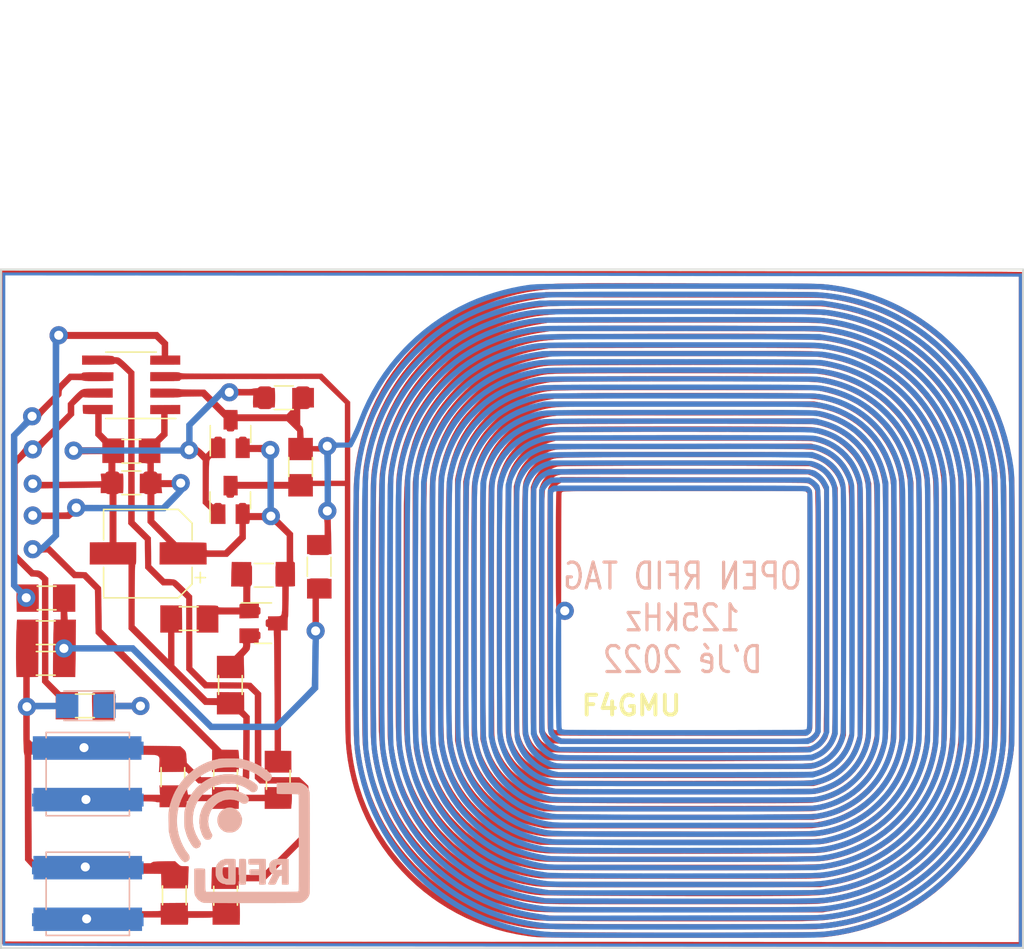
<source format=kicad_pcb>
(kicad_pcb (version 20211014) (generator pcbnew)
  (layers (0 "F.Cu" signal) (31 "B.Cu" signal) (34 "B.Paste" user) (35 "F.Paste" user) (36 "B.SilkS" user "B.Silkscreen") (37 "F.SilkS" user "F.Silkscreen") (38 "B.Mask" user) (39 "F.Mask" user) (44 "Edge.Cuts" user))
  (net 0 "")
  (footprint "Package_TO_SOT_SMD:SOT-23" (layer "F.Cu") (at 120.54 45.02 90)
    (fp_text reference " " hide)
    (fp_text value " " hide)
  )
  (footprint "" (layer "F.Cu") (at 105.3 53.9)
    (fp_text reference "")
    (fp_text value "")
  )
  (footprint "" (layer "F.Cu") (at 123.65 51.35)
    (fp_text reference "")
    (fp_text value "")
  )
  (footprint "" (layer "F.Cu") (at 109.4 73.2)
    (fp_text reference "")
    (fp_text value "")
  )
  (footprint "Resistor_SMD:R_1206_3216Metric" (layer "F.Cu") (at 127.37 55.25 -90)
    (fp_text reference " " hide)
    (fp_text value " " hide)
  )
  (footprint "" (layer "F.Cu") (at 117.35 46.25)
    (fp_text reference "")
    (fp_text value "")
  )
  (footprint "" (layer "F.Cu") (at 120.45 41.8)
    (fp_text reference "")
    (fp_text value "")
  )
  (footprint "" (layer "F.Cu") (at 104.85 66.05)
    (fp_text reference "")
    (fp_text value "")
  )
  (footprint "Resistor_SMD:R_1206_3216Metric" (layer "F.Cu") (at 117.32 59.25 180)
    (fp_text reference " " hide)
    (fp_text value " " hide)
  )
  (footprint "LOGO" (layer "F.Cu") (at 151.436917 65.956624)
    (fp_text reference "F4GMU")
    (fp_text value " " hide)
  )
  (footprint "Resistor_SMD:R_1206_3216Metric" (layer "F.Cu") (at 120.16 80.62 90)
    (fp_text reference " " hide)
    (fp_text value " " hide)
  )
  (footprint "Package_SO:SOIC-8_3.9x4.9mm_P1.27mm" (layer "F.Cu") (at 112.87 41.26 180)
    (fp_text reference " " hide)
    (fp_text value " " hide)
  )
  (footprint "" (layer "F.Cu") (at 123.6 46.25)
    (fp_text reference "")
    (fp_text value "")
  )
  (footprint "Resistor_SMD:R_1206_3216Metric" (layer "F.Cu") (at 125.94 47.56 -90)
    (fp_text reference " " hide)
    (fp_text value " " hide)
  )
  (footprint "Resistor_SMD:R_1206_3216Metric" (layer "F.Cu") (at 124.65 42.22 180)
    (fp_text reference " " hide)
    (fp_text value " " hide)
  )
  (footprint "Resistor_SMD:R_1206_3216Metric" (layer "F.Cu") (at 120.53 64.37 90)
    (fp_text reference " " hide)
    (fp_text value " " hide)
  )
  (footprint "Resistor_SMD:R_1206_3216Metric" (layer "F.Cu") (at 123.1 55.91)
    (fp_text reference " " hide)
    (fp_text value " " hide)
  )
  (footprint "" (layer "F.Cu") (at 105.3 51.3)
    (fp_text reference "")
    (fp_text value "")
  )
  (footprint "" (layer "F.Cu") (at 128 45.95)
    (fp_text reference "")
    (fp_text value "")
  )
  (footprint "" (layer "F.Cu") (at 107.7 61.55)
    (fp_text reference "")
    (fp_text value "")
  )
  (footprint "" (layer "F.Cu") (at 107.3 37.4)
    (fp_text reference "")
    (fp_text value "")
  )
  (footprint "LOGO" (layer "F.Cu") (at 151.436917 65.956624)
    (fp_text reference " " hide)
    (fp_text value " " hide)
  )
  (footprint "Resistor_SMD:R_1206_3216Metric" (layer "F.Cu") (at 116.21 80.59 90)
    (fp_text reference " " hide)
    (fp_text value " " hide)
  )
  (footprint "Resistor_SMD:R_1206_3216Metric" (layer "F.Cu") (at 116.1 71.47 90)
    (fp_text reference " " hide)
    (fp_text value " " hide)
  )
  (footprint "" (layer "F.Cu") (at 146.3 58.65)
    (fp_text reference "")
    (fp_text value "")
  )
  (footprint "" (layer "F.Cu") (at 127.1 60.2)
    (fp_text reference "")
    (fp_text value "")
  )
  (footprint "" (layer "F.Cu") (at 109.35 78.4)
    (fp_text reference "")
    (fp_text value "")
  )
  (footprint "" (layer "F.Cu") (at 108.65 50.7)
    (fp_text reference "")
    (fp_text value "")
  )
  (footprint "Capacitor_SMD:CP_Elec_6.3x3" (layer "F.Cu") (at 114.17 54.24 180)
    (fp_text reference " ")
    (fp_text value " " hide)
  )
  (footprint "Package_TO_SOT_SMD:SOT-23" (layer "F.Cu") (at 123.05 59.6)
    (fp_text reference " " hide)
    (fp_text value " " hide)
  )
  (footprint "LOGO" (layer "F.Cu") (at 151.436917 65.956624)
    (fp_text reference " " hide)
    (fp_text value " " hide)
  )
  (footprint "Resistor_SMD:R_1206_3216Metric" (layer "F.Cu") (at 112.9 48.78 180)
    (fp_text reference " " hide)
    (fp_text value " " hide)
  )
  (footprint "" (layer "F.Cu") (at 105.3 46.2)
    (fp_text reference "")
    (fp_text value "")
  )
  (footprint "Resistor_SMD:R_1206_3216Metric" (layer "F.Cu") (at 120.16 71.6475 90)
    (fp_text reference " " hide)
    (fp_text value " " hide)
  )
  (footprint "Resistor_SMD:R_1206_3216Metric" (layer "F.Cu") (at 109.32 65.98)
    (fp_text reference " " hide)
    (fp_text value " " hide)
  )
  (footprint "" (layer "F.Cu") (at 105.3 48.85)
    (fp_text reference "")
    (fp_text value "")
  )
  (footprint "" (layer "F.Cu") (at 128 50.95)
    (fp_text reference "")
    (fp_text value "")
  )
  (footprint "Package_TO_SOT_SMD:SOT-23" (layer "F.Cu") (at 120.52 50.13 90)
    (fp_text reference " " hide)
    (fp_text value " " hide)
  )
  (footprint "Resistor_SMD:R_1206_3216Metric" (layer "F.Cu") (at 106.3 62.7 180)
    (fp_text reference " " hide)
    (fp_text value " " hide)
  )
  (footprint "" (layer "F.Cu") (at 105.25 43.65)
    (fp_text reference "")
    (fp_text value "")
  )
  (footprint "Resistor_SMD:R_1206_3216Metric" (layer "F.Cu") (at 124.22 71.68 90)
    (fp_text reference " " hide)
    (fp_text value " " hide)
  )
  (footprint "" (layer "F.Cu") (at 109.45 82.4)
    (fp_text reference "")
    (fp_text value "")
  )
  (footprint "Resistor_SMD:R_1206_3216Metric" (layer "F.Cu") (at 106.3 60.34 180)
    (fp_text reference " " hide)
    (fp_text value " " hide)
  )
  (footprint "" (layer "F.Cu") (at 116.7 48.8)
    (fp_text reference "")
    (fp_text value "")
  )
  (footprint "" (layer "F.Cu") (at 104.796782 57.644458)
    (fp_text reference "")
    (fp_text value "")
  )
  (footprint "LOGO" (layer "F.Cu") (at 113.12975 11.800333)
    (fp_text reference "G***" hide)
    (fp_text value "LOGO" hide)
  )
  (footprint "" (layer "F.Cu") (at 108.44863 46.29863)
    (fp_text reference "")
    (fp_text value "")
  )
  (footprint "" (layer "F.Cu") (at 109.25 69.2)
    (fp_text reference "")
    (fp_text value "")
  )
  (footprint "Resistor_SMD:R_1206_3216Metric" (layer "F.Cu") (at 112.9 46.35 180)
    (fp_text reference " " hide)
    (fp_text value " " hide)
  )
  (footprint "Resistor_SMD:R_1206_3216Metric" (layer "F.Cu") (at 106.37 57.66 180)
    (fp_text reference " " hide)
    (fp_text value " " hide)
  )
  (footprint "" (layer "F.Cu") (at 113.6 65.99)
    (fp_text reference "" hide)
    (fp_text value "" hide)
  )
  (footprint "Button_Switch_SMD:SW_Push_1P1T_NO_CK_KSC6xxJ" (layer "B.Cu") (at 109.54 71.24 180)
    (fp_text reference " " hide)
    (fp_text value " " hide)
  )
  (footprint "Button_Switch_SMD:SW_Push_1P1T_NO_CK_KSC6xxJ" (layer "B.Cu") (at 109.54 80.47 180)
    (fp_text reference " " hide)
    (fp_text value " " hide)
  )
  (footprint "LED_SMD:LED_1206_3216Metric" (layer "B.Cu") (at 109.3 65.97 180)
    (fp_text reference " " hide)
    (fp_text value " " hide)
  )
  (gr_rect (start 102.85 32.33) (end 181.63 84.67) (layer "Edge.Cuts") (width 0.15) (fill none))
  (gr_text "OPEN RFID TAG\n125kHz\nD'Jé 2022" (at 155.38 59.2) (layer "B.SilkS") (effects (font (size 2 1.6) (thickness 0.25)) (justify mirror)))
  (segment (start 110.7925 65.99) (end 113.6 65.99) (width 0.5) (layer "F.Cu") (net 0))
  (segment (start 110.7825 65.98) (end 110.7925 65.99) (width 0.1) (layer "F.Cu") (net 0))
  (segment (start 110.7 65.97) (end 110.72 65.99) (width 0.25) (layer "B.Cu") (net 0))
  (segment (start 110.72 65.99) (end 113.6 65.99) (width 0.5) (layer "B.Cu") (net 0))
)
</source>
